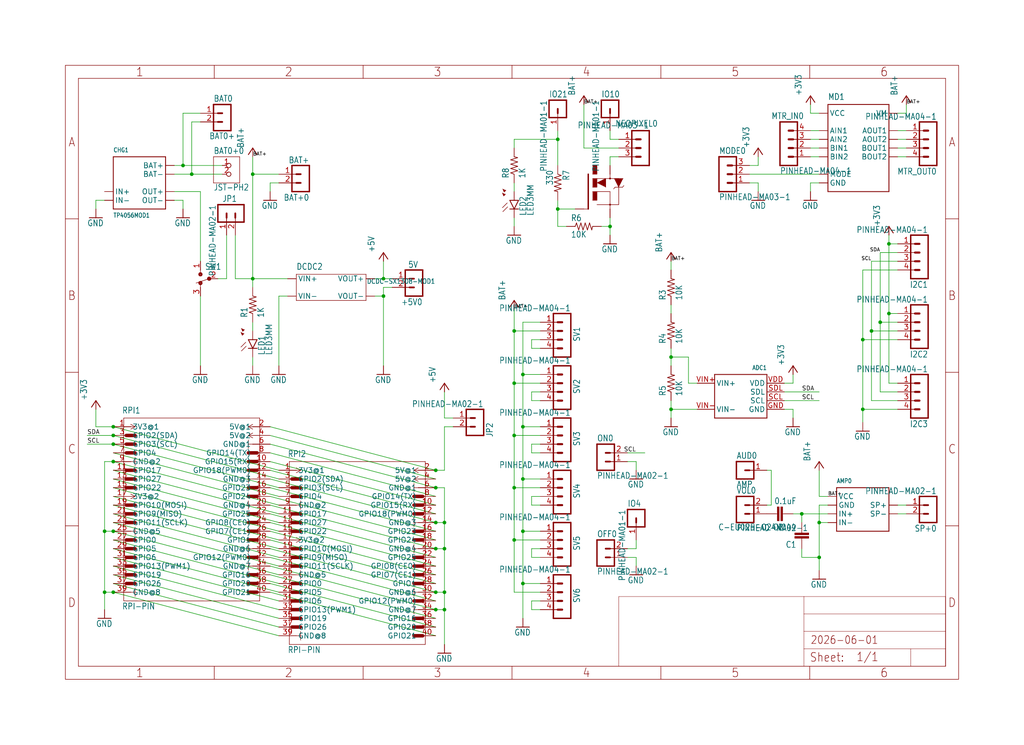
<source format=kicad_sch>
(kicad_sch (version 20250114) (generator "eeschema") (generator_version "9.0")
  (paper "User" 298.45 217.322)
  (lib_symbols
    (symbol "OttoPi10-RPi3A-HAT-eagle-import:+3V3" (power)
      (symbol "+3V3_1_0"
        (pin power_in line (at 0 -2.54 90) (length 2.54) (name "+3V3") (number "1"))
      )
    )
    (symbol "OttoPi10-RPi3A-HAT-eagle-import:+5V" (power)
      (symbol "+5V_1_0"
        (pin power_in line (at 0 -2.54 90) (length 2.54) (name "+5V") (number "1"))
      )
    )
    (symbol "OttoPi10-RPi3A-HAT-eagle-import:A4L-LOC"
      (symbol "A4L-LOC_1_0"
        (text "A" (at 1.905 156.6863 0) (effects (font (size 2.54 2.286))))
        (text "B" (at 1.905 111.9188 0) (effects (font (size 2.54 2.286))))
        (text "C" (at 1.905 67.1513 0) (effects (font (size 2.54 2.286))))
        (text "D" (at 1.905 22.3838 0) (effects (font (size 2.54 2.286))))
        (text "1" (at 21.6958 177.165 0) (effects (font (size 2.54 2.286))))
        (text "1" (at 21.6958 1.905 0) (effects (font (size 2.54 2.286))))
        (text "2" (at 65.0875 177.165 0) (effects (font (size 2.54 2.286))))
        (text "2" (at 65.0875 1.905 0) (effects (font (size 2.54 2.286))))
        (text "3" (at 108.4792 177.165 0) (effects (font (size 2.54 2.286))))
        (text "3" (at 108.4792 1.905 0) (effects (font (size 2.54 2.286))))
        (text "4" (at 151.8708 177.165 0) (effects (font (size 2.54 2.286))))
        (text "4" (at 151.8708 1.905 0) (effects (font (size 2.54 2.286))))
        (text "5" (at 195.2625 177.165 0) (effects (font (size 2.54 2.286))))
        (text "5" (at 195.2625 1.905 0) (effects (font (size 2.54 2.286))))
        (text "Sheet:" (at 216.916 4.953 0) (effects (font (size 2.54 2.159)) (justify left bottom)))
        (text "${PROJECTNAME}" (at 217.17 15.24 0) (effects (font (size 2.54 2.159)) (justify left bottom)))
        (text "${CURRENT_DATE}" (at 217.17 10.16 0) (effects (font (size 2.286 1.9431)) (justify left bottom)))
        (text "${#}/${##}" (at 230.505 5.08 0) (effects (font (size 2.54 2.159)) (justify left bottom)))
        (text "6" (at 238.6542 177.165 0) (effects (font (size 2.54 2.286))))
        (text "6" (at 238.6542 1.905 0) (effects (font (size 2.54 2.286))))
        (text "A" (at 258.445 156.6863 0) (effects (font (size 2.54 2.286))))
        (text "B" (at 258.445 111.9188 0) (effects (font (size 2.54 2.286))))
        (text "C" (at 258.445 67.1513 0) (effects (font (size 2.54 2.286))))
        (text "D" (at 258.445 22.3838 0) (effects (font (size 2.54 2.286))))
      )
    )
    (symbol "OttoPi10-RPi3A-HAT-eagle-import:C-EU025-024X044"
      (property "Reference" "C" (at 1.524 0.381 0))
      (symbol "C-EU025-024X044_1_0"
        (pin passive line (at 0 2.54 270) (length 2.54) (name "1") (number "1"))
        (pin passive line (at 0 -5.08 90) (length 2.54) (name "2") (number "2"))
      )
    )
    (symbol "OttoPi10-RPi3A-HAT-eagle-import:DCDC-SX1308-MOD1"
      (property "Reference" "DCDC" (at -10.16 5.08 0))
      (symbol "DCDC-SX1308-MOD1_1_0"
        (pin power_in line (at -12.7 2.54 0) (length 2.54) (name "VIN+") (number "VIN+"))
        (pin power_in line (at -12.7 -2.54 0) (length 2.54) (name "VIN-") (number "VIN-"))
        (pin power_in line (at 12.7 2.54 180) (length 2.54) (name "VOUT+") (number "VOUT+"))
        (pin power_in line (at 12.7 -2.54 180) (length 2.54) (name "VOUT-") (number "VOUT-"))
      )
    )
    (symbol "OttoPi10-RPi3A-HAT-eagle-import:DRV8835MOD"
      (property "Reference" "MD" (at -7.62 11.43 0))
      (symbol "DRV8835MOD_1_0"
        (pin input line (at -10.16 7.62 0) (length 2.54) (name "VCC") (number "VCC"))
        (pin input line (at -10.16 2.54 0) (length 2.54) (name "AIN1") (number "AIN1"))
        (pin input line (at -10.16 0 0) (length 2.54) (name "AIN2") (number "AIN2"))
        (pin input line (at -10.16 -2.54 0) (length 2.54) (name "BIN1") (number "BIN1"))
        (pin input line (at -10.16 -5.08 0) (length 2.54) (name "BIN2") (number "BIN2"))
        (pin input line (at -10.16 -10.16 0) (length 2.54) (name "MODE") (number "MODE"))
        (pin power_in line (at -10.16 -12.7 0) (length 2.54) (name "GND") (number "GND"))
        (pin input line (at 12.7 7.62 180) (length 2.54) (name "VM") (number "VM"))
        (pin output line (at 12.7 2.54 180) (length 2.54) (name "AOUT1") (number "AOUT1"))
        (pin output line (at 12.7 0 180) (length 2.54) (name "AOUT2") (number "AOUT2"))
        (pin output line (at 12.7 -2.54 180) (length 2.54) (name "BOUT1") (number "BOUT1"))
        (pin output line (at 12.7 -5.08 180) (length 2.54) (name "BOUT2") (number "BOUT2"))
      )
    )
    (symbol "OttoPi10-RPi3A-HAT-eagle-import:GND" (power)
      (symbol "GND_1_0"
        (pin power_in line (at 0 2.54 270) (length 2.54) (name "GND") (number "1"))
      )
    )
    (symbol "OttoPi10-RPi3A-HAT-eagle-import:JST-PH2"
      (property "Reference" "P" (at -5.08 3.302 0))
      (symbol "JST-PH2_1_0"
        (pin passive inverted (at -2.54 0 0) (length 2.54) (name "1") (number "1"))
        (pin passive inverted (at -2.54 -2.54 0) (length 2.54) (name "2") (number "2"))
      )
    )
    (symbol "OttoPi10-RPi3A-HAT-eagle-import:LED3MM"
      (property "Reference" "LED" (at 3.556 -4.572 90))
      (symbol "LED3MM_1_0"
        (pin passive line (at 0 2.54 270) (length 2.54) (name "A") (number "A"))
        (pin passive line (at 0 -5.08 90) (length 2.54) (name "C") (number "K"))
      )
    )
    (symbol "OttoPi10-RPi3A-HAT-eagle-import:MCP3425MOD"
      (property "Reference" "ADC" (at -5.08 6.35 0))
      (symbol "MCP3425MOD_1_0"
        (pin bidirectional line (at -10.16 2.54 0) (length 5.08) (name "VDD") (number "VDD"))
        (pin bidirectional line (at -10.16 0 0) (length 5.08) (name "SDL") (number "SDL"))
        (pin bidirectional line (at -10.16 -2.54 0) (length 5.08) (name "SCL") (number "SCL"))
        (pin bidirectional line (at -10.16 -5.08 0) (length 5.08) (name "GND") (number "GND"))
        (pin bidirectional line (at 15.24 2.54 180) (length 5.08) (name "VIN+") (number "VIN+"))
        (pin bidirectional line (at 15.24 -5.08 180) (length 5.08) (name "VIN-") (number "VIN-"))
      )
    )
    (symbol "OttoPi10-RPi3A-HAT-eagle-import:MOSFET-2SK4017"
      (symbol "MOSFET-2SK4017_1_0"
        (pin bidirectional line (at -10.16 -6.35 0) (length 2.54) (name "G") (number "G"))
        (pin bidirectional line (at 0 6.35 270) (length 2.54) (name "D") (number "D"))
        (pin bidirectional line (at 0 -8.89 90) (length 2.54) (name "S") (number "S"))
      )
    )
    (symbol "OttoPi10-RPi3A-HAT-eagle-import:PAM8012MOD"
      (property "Reference" "AMP" (at -7.62 8.89 0))
      (symbol "PAM8012MOD_1_0"
        (pin passive line (at -10.16 5.08 0) (length 2.54) (name "VCC") (number "V+"))
        (pin passive line (at -10.16 2.54 0) (length 2.54) (name "GND") (number "GND"))
        (pin input line (at -10.16 0 0) (length 2.54) (name "IN+") (number "IN+"))
        (pin input line (at -10.16 -2.54 0) (length 2.54) (name "IN-") (number "IN-"))
        (pin output line (at 10.16 2.54 180) (length 2.54) (name "SP+") (number "SP+@1"))
        (pin output line (at 10.16 0 180) (length 2.54) (name "SP-") (number "SP-@1"))
      )
    )
    (symbol "OttoPi10-RPi3A-HAT-eagle-import:PINHEAD-MA01-1"
      (symbol "PINHEAD-MA01-1_1_0"
        (pin passive line (at 7.62 0 180) (length 5.08) (name "1") (number "1"))
      )
    )
    (symbol "OttoPi10-RPi3A-HAT-eagle-import:PINHEAD-MA02-1"
      (property "Reference" "SV" (at -1.27 5.842 0))
      (symbol "PINHEAD-MA02-1_1_0"
        (pin passive line (at 7.62 2.54 180) (length 5.08) (name "2") (number "2"))
        (pin passive line (at 7.62 0 180) (length 5.08) (name "1") (number "1"))
      )
    )
    (symbol "OttoPi10-RPi3A-HAT-eagle-import:PINHEAD-MA03-1"
      (property "Reference" "SV" (at -1.27 8.382 0))
      (symbol "PINHEAD-MA03-1_1_0"
        (pin passive line (at 7.62 5.08 180) (length 5.08) (name "3") (number "3"))
        (pin passive line (at 7.62 2.54 180) (length 5.08) (name "2") (number "2"))
        (pin passive line (at 7.62 0 180) (length 5.08) (name "1") (number "1"))
      )
    )
    (symbol "OttoPi10-RPi3A-HAT-eagle-import:PINHEAD-MA04-1"
      (property "Reference" "SV" (at -1.27 10.922 0))
      (symbol "PINHEAD-MA04-1_1_0"
        (pin passive line (at 7.62 7.62 180) (length 5.08) (name "4") (number "4"))
        (pin passive line (at 7.62 5.08 180) (length 5.08) (name "3") (number "3"))
        (pin passive line (at 7.62 2.54 180) (length 5.08) (name "2") (number "2"))
        (pin passive line (at 7.62 0 180) (length 5.08) (name "1") (number "1"))
      )
    )
    (symbol "OttoPi10-RPi3A-HAT-eagle-import:R-US_0204/7"
      (property "Reference" "R" (at -3.81 1.4986 0))
      (symbol "R-US_0204/7_1_0"
        (pin passive line (at -5.08 0 0) (length 2.54) (name "1") (number "1"))
        (pin passive line (at 5.08 0 180) (length 2.54) (name "2") (number "2"))
      )
    )
    (symbol "OttoPi10-RPi3A-HAT-eagle-import:RPI-PIN"
      (property "Reference" "RPI" (at -20.32 21.59 0))
      (symbol "RPI-PIN_1_0"
        (pin passive line (at -22.86 17.78 0) (length 5.08) (name "3V3@1") (number "1"))
        (pin passive line (at -22.86 15.24 0) (length 5.08) (name "GPIO2(SDA)") (number "3"))
        (pin passive line (at -22.86 12.7 0) (length 5.08) (name "GPIO3(SCL)") (number "5"))
        (pin passive line (at -22.86 10.16 0) (length 5.08) (name "GPIO4") (number "7"))
        (pin passive line (at -22.86 7.62 0) (length 5.08) (name "GND@2") (number "9"))
        (pin passive line (at -22.86 5.08 0) (length 5.08) (name "GPIO17") (number "11"))
        (pin passive line (at -22.86 2.54 0) (length 5.08) (name "GPIO27") (number "13"))
        (pin passive line (at -22.86 0 0) (length 5.08) (name "GPIO22") (number "15"))
        (pin passive line (at -22.86 -2.54 0) (length 5.08) (name "3V3@2") (number "17"))
        (pin passive line (at -22.86 -5.08 0) (length 5.08) (name "GPIO10(MOSI)") (number "19"))
        (pin passive line (at -22.86 -7.62 0) (length 5.08) (name "GPIO9(MISO)") (number "21"))
        (pin passive line (at -22.86 -10.16 0) (length 5.08) (name "GPIO11(SCLK)") (number "23"))
        (pin passive line (at -22.86 -12.7 0) (length 5.08) (name "GND@5") (number "25"))
        (pin passive line (at -22.86 -15.24 0) (length 5.08) (name "GPIO0") (number "27"))
        (pin passive line (at -22.86 -17.78 0) (length 5.08) (name "GPIO5") (number "29"))
        (pin passive line (at -22.86 -20.32 0) (length 5.08) (name "GPIO6") (number "31"))
        (pin passive line (at -22.86 -22.86 0) (length 5.08) (name "GPIO13(PWM1)") (number "33"))
        (pin passive line (at -22.86 -25.4 0) (length 5.08) (name "GPIO19") (number "35"))
        (pin passive line (at -22.86 -27.94 0) (length 5.08) (name "GPIO26") (number "37"))
        (pin passive line (at -22.86 -30.48 0) (length 5.08) (name "GND@8") (number "39"))
        (pin passive line (at 22.86 17.78 180) (length 5.08) (name "5V@1") (number "2"))
        (pin passive line (at 22.86 15.24 180) (length 5.08) (name "5V@2") (number "4"))
        (pin passive line (at 22.86 12.7 180) (length 5.08) (name "GND@1") (number "6"))
        (pin passive line (at 22.86 10.16 180) (length 5.08) (name "GPIO14(TX)") (number "8"))
        (pin passive line (at 22.86 7.62 180) (length 5.08) (name "GPIO15(RX)") (number "10"))
        (pin passive line (at 22.86 5.08 180) (length 5.08) (name "GPIO18(PWM0)") (number "12"))
        (pin passive line (at 22.86 2.54 180) (length 5.08) (name "GND@3") (number "14"))
        (pin passive line (at 22.86 0 180) (length 5.08) (name "GPIO23") (number "16"))
        (pin passive line (at 22.86 -2.54 180) (length 5.08) (name "GPIO24") (number "18"))
        (pin passive line (at 22.86 -5.08 180) (length 5.08) (name "GND@4") (number "20"))
        (pin passive line (at 22.86 -7.62 180) (length 5.08) (name "GPIO25") (number "22"))
        (pin passive line (at 22.86 -10.16 180) (length 5.08) (name "GPIO8(CE0)") (number "24"))
        (pin passive line (at 22.86 -12.7 180) (length 5.08) (name "GPIO7(CE1)") (number "26"))
        (pin passive line (at 22.86 -15.24 180) (length 5.08) (name "GPIO1") (number "28"))
        (pin passive line (at 22.86 -17.78 180) (length 5.08) (name "GND@6") (number "30"))
        (pin passive line (at 22.86 -20.32 180) (length 5.08) (name "GPIO12(PWM0)") (number "32"))
        (pin passive line (at 22.86 -22.86 180) (length 5.08) (name "GND@7") (number "34"))
        (pin passive line (at 22.86 -25.4 180) (length 5.08) (name "GPIO16") (number "36"))
        (pin passive line (at 22.86 -27.94 180) (length 5.08) (name "GPIO20") (number "38"))
        (pin passive line (at 22.86 -30.48 180) (length 5.08) (name "GPIO21") (number "40"))
      )
    )
    (symbol "OttoPi10-RPi3A-HAT-eagle-import:SW3-1"
      (property "Reference" "SW" (at 1.27 2.54 0))
      (symbol "SW3-1_1_0"
        (pin passive line (at 0 5.08 270) (length 2.54) (name "1") (number "1"))
        (pin passive line (at 0 -5.08 90) (length 2.54) (name "3") (number "3"))
        (pin passive line (at 5.08 0 180) (length 2.54) (name "2") (number "2"))
      )
    )
    (symbol "OttoPi10-RPi3A-HAT-eagle-import:TP4056MOD1"
      (property "Reference" "CHG" (at -7.62 8.89 0))
      (symbol "TP4056MOD1_1_0"
        (pin passive line (at -10.16 -2.54 0) (length 2.54) (name "IN+") (number "IN+"))
        (pin passive line (at -10.16 -5.08 0) (length 2.54) (name "IN-") (number "IN-"))
        (pin passive line (at 10.16 5.08 180) (length 2.54) (name "BAT+") (number "BAT+"))
        (pin passive line (at 10.16 2.54 180) (length 2.54) (name "BAT-") (number "BAT-"))
        (pin passive line (at 10.16 -2.54 180) (length 2.54) (name "OUT+") (number "OUT+"))
        (pin passive line (at 10.16 -5.08 180) (length 2.54) (name "OUT-") (number "OUT-"))
      )
    )
    (symbol "OttoPi10-RPi3A-HAT-eagle-import:VCC" (power)
      (symbol "VCC_1_0"
        (pin power_in line (at 0 -2.54 90) (length 2.54) (name "VCC") (number "1"))
      )
    )
    (symbol "OttoPi10-RPi3A-HAT-eagle-import:ytani1_30941153_PINHEAD-MA03-1"
      (property "Reference" "SV" (at -1.27 8.382 0))
      (symbol "ytani1_30941153_PINHEAD-MA03-1_1_0"
        (pin passive line (at 7.62 5.08 180) (length 5.08) (name "3") (number "3"))
        (pin passive line (at 7.62 2.54 180) (length 5.08) (name "2") (number "2"))
        (pin passive line (at 7.62 0 180) (length 5.08) (name "1") (number "1"))
      )
    )
  )
  (junction (at 127 177.8))
  (junction (at 152.4 170.18))
  (junction (at 152.4 109.22))
  (junction (at 259.08 91.44))
  (junction (at 152.4 154.94))
  (junction (at 127 160.02))
  (junction (at 33.02 127))
  (junction (at 195.58 104.14))
  (junction (at 73.66 81.28))
  (junction (at 129.54 177.8))
  (junction (at 127 137.16))
  (junction (at 55.88 50.8))
  (junction (at 162.56 40.64))
  (junction (at 111.76 81.28))
  (junction (at 73.66 50.8))
  (junction (at 251.46 99.06))
  (junction (at 251.46 119.38))
  (junction (at 256.54 93.98))
  (junction (at 33.02 124.46))
  (junction (at 152.4 124.46))
  (junction (at 238.76 162.56))
  (junction (at 149.86 142.24))
  (junction (at 33.02 134.62))
  (junction (at 30.48 154.94))
  (junction (at 129.54 152.4))
  (junction (at 259.08 71.12))
  (junction (at 127 152.4))
  (junction (at 127 172.72))
  (junction (at 127 142.24))
  (junction (at 149.86 96.52))
  (junction (at 111.76 86.36))
  (junction (at 149.86 157.48))
  (junction (at 33.02 154.94))
  (junction (at 195.58 119.38))
  (junction (at 149.86 127))
  (junction (at 162.56 60.96))
  (junction (at 238.76 152.4))
  (junction (at 149.86 111.76))
  (junction (at 129.54 172.72))
  (junction (at 129.54 160.02))
  (junction (at 177.8 66.04))
  (junction (at 254 96.52))
  (junction (at 30.48 172.72))
  (junction (at 233.68 149.86))
  (junction (at 152.4 139.7))
  (junction (at 53.34 48.26))
  (junction (at 33.02 172.72))
  (junction (at 33.02 129.54))
  (wire (pts (xy 195.58 104.14) (xy 195.58 106.68)) (stroke (width 0.1524)))
  (wire (pts (xy 33.02 134.62) (xy 30.48 134.62)) (stroke (width 0.1524)))
  (wire (pts (xy 30.48 134.62) (xy 30.48 154.94)) (stroke (width 0.1524)))
  (wire (pts (xy 127 160.02) (xy 78.74 147.32)) (stroke (width 0.1524)))
  (wire (pts (xy 129.54 124.46) (xy 129.54 137.16)) (stroke (width 0.1524)))
  (wire (pts (xy 261.62 38.1) (xy 264.16 38.1)) (stroke (width 0.1524)))
  (wire (pts (xy 152.4 154.94) (xy 152.4 170.18)) (stroke (width 0.1524)))
  (wire (pts (xy 149.86 53.34) (xy 149.86 55.88)) (stroke (width 0.1524)))
  (wire (pts (xy 149.86 172.72) (xy 157.48 172.72)) (stroke (width 0.1524)))
  (wire (pts (xy 157.48 154.94) (xy 152.4 154.94)) (stroke (width 0.1524)))
  (wire (pts (xy 195.58 76.2) (xy 195.58 78.74)) (stroke (width 0.1524)))
  (wire (pts (xy 261.62 43.18) (xy 264.16 43.18)) (stroke (width 0.1524)))
  (wire (pts (xy 129.54 114.3) (xy 129.54 121.92)) (stroke (width 0.1524)))
  (wire (pts (xy 129.54 152.4) (xy 129.54 160.02)) (stroke (width 0.1524)))
  (wire (pts (xy 73.66 50.8) (xy 73.66 81.28)) (stroke (width 0.1524)))
  (wire (pts (xy 111.76 81.28) (xy 114.3 81.28)) (stroke (width 0.1524)))
  (wire (pts (xy 259.08 91.44) (xy 259.08 71.12)) (stroke (width 0.1524)))
  (wire (pts (xy 127 177.8) (xy 129.54 177.8)) (stroke (width 0.1524)))
  (wire (pts (xy 261.62 99.06) (xy 251.46 99.06)) (stroke (width 0.1524)))
  (wire (pts (xy 81.28 165.1) (xy 33.02 152.4)) (stroke (width 0.1524)))
  (wire (pts (xy 264.16 30.48) (xy 264.16 33.02)) (stroke (width 0.1524)))
  (wire (pts (xy 224.79 147.32) (xy 223.52 147.32)) (stroke (width 0.1524)))
  (wire (pts (xy 157.48 93.98) (xy 152.4 93.98)) (stroke (width 0.1524)))
  (wire (pts (xy 251.46 99.06) (xy 251.46 78.74)) (stroke (width 0.1524)))
  (wire (pts (xy 127 144.78) (xy 78.74 132.08)) (stroke (width 0.1524)))
  (wire (pts (xy 162.56 38.1) (xy 162.56 40.64)) (stroke (width 0.1524)))
  (wire (pts (xy 127 154.94) (xy 78.74 142.24)) (stroke (width 0.1524)))
  (wire (pts (xy 66.04 81.28) (xy 66.04 68.58)) (stroke (width 0.1524)))
  (wire (pts (xy 154.94 114.3) (xy 154.94 116.84)) (stroke (width 0.1524)))
  (wire (pts (xy 170.18 43.18) (xy 180.34 43.18)) (stroke (width 0.1524)))
  (wire (pts (xy 157.48 160.02) (xy 154.94 160.02)) (stroke (width 0.1524)))
  (wire (pts (xy 261.62 147.32) (xy 264.16 147.32)) (stroke (width 0.1524)))
  (wire (pts (xy 238.76 152.4) (xy 238.76 147.32)) (stroke (width 0.1524)))
  (wire (pts (xy 241.3 147.32) (xy 238.76 147.32)) (stroke (width 0.1524)))
  (wire (pts (xy 68.58 68.58) (xy 68.58 81.28)) (stroke (width 0.1524)))
  (wire (pts (xy 27.94 124.46) (xy 27.94 119.38)) (stroke (width 0.1524)))
  (wire (pts (xy 81.28 162.56) (xy 33.02 149.86)) (stroke (width 0.1524)))
  (wire (pts (xy 157.48 139.7) (xy 152.4 139.7)) (stroke (width 0.1524)))
  (wire (pts (xy 185.42 160.02) (xy 185.42 157.48)) (stroke (width 0.1524)))
  (wire (pts (xy 218.44 48.26) (xy 220.98 48.26)) (stroke (width 0.1524)))
  (wire (pts (xy 127 177.8) (xy 78.74 165.1)) (stroke (width 0.1524)))
  (wire (pts (xy 157.48 114.3) (xy 154.94 114.3)) (stroke (width 0.1524)))
  (wire (pts (xy 220.98 53.34) (xy 220.98 55.88)) (stroke (width 0.1524)))
  (wire (pts (xy 170.18 30.48) (xy 170.18 43.18)) (stroke (width 0.1524)))
  (wire (pts (xy 55.88 50.8) (xy 64.77 50.8)) (stroke (width 0.1524)))
  (wire (pts (xy 236.22 53.34) (xy 238.76 53.34)) (stroke (width 0.1524)))
  (wire (pts (xy 81.28 50.8) (xy 73.66 50.8)) (stroke (width 0.1524)))
  (wire (pts (xy 81.28 152.4) (xy 33.02 139.7)) (stroke (width 0.1524)))
  (wire (pts (xy 177.8 40.64) (xy 177.8 38.1)) (stroke (width 0.1524)))
  (wire (pts (xy 157.48 109.22) (xy 152.4 109.22)) (stroke (width 0.1524)))
  (wire (pts (xy 236.22 33.02) (xy 238.76 33.02)) (stroke (width 0.1524)))
  (wire (pts (xy 261.62 116.84) (xy 254 116.84)) (stroke (width 0.1524)))
  (wire (pts (xy 127 175.26) (xy 78.74 162.56)) (stroke (width 0.1524)))
  (wire (pts (xy 152.4 124.46) (xy 152.4 139.7)) (stroke (width 0.1524)))
  (wire (pts (xy 33.02 154.94) (xy 30.48 154.94)) (stroke (width 0.1524)))
  (wire (pts (xy 127 172.72) (xy 78.74 160.02)) (stroke (width 0.1524)))
  (wire (pts (xy 50.8 58.42) (xy 53.34 58.42)) (stroke (width 0.1524)))
  (wire (pts (xy 81.28 185.42) (xy 33.02 172.72)) (stroke (width 0.1524)))
  (wire (pts (xy 157.48 175.26) (xy 154.94 175.26)) (stroke (width 0.1524)))
  (wire (pts (xy 33.02 124.46) (xy 27.94 124.46)) (stroke (width 0.1524)))
  (wire (pts (xy 203.2 119.38) (xy 195.58 119.38)) (stroke (width 0.1524)))
  (wire (pts (xy 254 116.84) (xy 254 96.52)) (stroke (width 0.1524)))
  (wire (pts (xy 261.62 114.3) (xy 256.54 114.3)) (stroke (width 0.1524)))
  (wire (pts (xy 162.56 40.64) (xy 162.56 48.26)) (stroke (width 0.1524)))
  (wire (pts (xy 27.94 58.42) (xy 27.94 60.96)) (stroke (width 0.1524)))
  (wire (pts (xy 33.02 127) (xy 25.4 127)) (stroke (width 0.1524)))
  (wire (pts (xy 152.4 93.98) (xy 152.4 109.22)) (stroke (width 0.1524)))
  (wire (pts (xy 233.68 152.4) (xy 233.68 149.86)) (stroke (width 0.1524)))
  (wire (pts (xy 81.28 182.88) (xy 33.02 170.18)) (stroke (width 0.1524)))
  (wire (pts (xy 238.76 162.56) (xy 238.76 152.4)) (stroke (width 0.1524)))
  (wire (pts (xy 251.46 119.38) (xy 251.46 123.19)) (stroke (width 0.1524)))
  (wire (pts (xy 127 162.56) (xy 78.74 149.86)) (stroke (width 0.1524)))
  (wire (pts (xy 81.28 177.8) (xy 33.02 165.1)) (stroke (width 0.1524)))
  (wire (pts (xy 233.68 162.56) (xy 238.76 162.56)) (stroke (width 0.1524)))
  (wire (pts (xy 162.56 58.42) (xy 162.56 60.96)) (stroke (width 0.1524)))
  (wire (pts (xy 154.94 99.06) (xy 154.94 101.6)) (stroke (width 0.1524)))
  (wire (pts (xy 231.14 119.38) (xy 231.14 121.92)) (stroke (width 0.1524)))
  (wire (pts (xy 58.42 35.56) (xy 55.88 35.56)) (stroke (width 0.1524)))
  (wire (pts (xy 264.16 33.02) (xy 261.62 33.02)) (stroke (width 0.1524)))
  (wire (pts (xy 83.82 81.28) (xy 73.66 81.28)) (stroke (width 0.1524)))
  (wire (pts (xy 233.68 160.02) (xy 233.68 162.56)) (stroke (width 0.1524)))
  (wire (pts (xy 127 185.42) (xy 78.74 172.72)) (stroke (width 0.1524)))
  (wire (pts (xy 185.42 162.56) (xy 185.42 165.1)) (stroke (width 0.1524)))
  (wire (pts (xy 129.54 142.24) (xy 129.54 152.4)) (stroke (width 0.1524)))
  (wire (pts (xy 182.88 162.56) (xy 185.42 162.56)) (stroke (width 0.1524)))
  (wire (pts (xy 127 157.48) (xy 78.74 144.78)) (stroke (width 0.1524)))
  (wire (pts (xy 236.22 38.1) (xy 238.76 38.1)) (stroke (width 0.1524)))
  (wire (pts (xy 149.86 127) (xy 149.86 142.24)) (stroke (width 0.1524)))
  (wire (pts (xy 195.58 116.84) (xy 195.58 119.38)) (stroke (width 0.1524)))
  (wire (pts (xy 180.34 40.64) (xy 177.8 40.64)) (stroke (width 0.1524)))
  (wire (pts (xy 127 137.16) (xy 129.54 137.16)) (stroke (width 0.1524)))
  (wire (pts (xy 259.08 71.12) (xy 261.62 71.12)) (stroke (width 0.1524)))
  (wire (pts (xy 236.22 30.48) (xy 236.22 33.02)) (stroke (width 0.1524)))
  (wire (pts (xy 149.86 157.48) (xy 157.48 157.48)) (stroke (width 0.1524)))
  (wire (pts (xy 58.42 86.36) (xy 58.42 106.68)) (stroke (width 0.1524)))
  (wire (pts (xy 162.56 66.04) (xy 162.56 60.96)) (stroke (width 0.1524)))
  (wire (pts (xy 177.8 63.5) (xy 177.8 66.04)) (stroke (width 0.1524)))
  (wire (pts (xy 81.28 175.26) (xy 33.02 162.56)) (stroke (width 0.1524)))
  (wire (pts (xy 220.98 48.26) (xy 220.98 45.72)) (stroke (width 0.1524)))
  (wire (pts (xy 81.28 154.94) (xy 33.02 142.24)) (stroke (width 0.1524)))
  (wire (pts (xy 195.58 119.38) (xy 195.58 121.92)) (stroke (width 0.1524)))
  (wire (pts (xy 109.22 86.36) (xy 111.76 86.36)) (stroke (width 0.1524)))
  (wire (pts (xy 157.48 170.18) (xy 152.4 170.18)) (stroke (width 0.1524)))
  (wire (pts (xy 154.94 160.02) (xy 154.94 162.56)) (stroke (width 0.1524)))
  (wire (pts (xy 157.48 111.76) (xy 149.86 111.76)) (stroke (width 0.1524)))
  (wire (pts (xy 149.86 40.64) (xy 162.56 40.64)) (stroke (width 0.1524)))
  (wire (pts (xy 152.4 139.7) (xy 152.4 154.94)) (stroke (width 0.1524)))
  (wire (pts (xy 127 142.24) (xy 129.54 142.24)) (stroke (width 0.1524)))
  (wire (pts (xy 154.94 177.8) (xy 157.48 177.8)) (stroke (width 0.1524)))
  (wire (pts (xy 256.54 93.98) (xy 256.54 73.66)) (stroke (width 0.1524)))
  (wire (pts (xy 81.28 137.16) (xy 33.02 124.46)) (stroke (width 0.1524)))
  (wire (pts (xy 154.94 132.08) (xy 157.48 132.08)) (stroke (width 0.1524)))
  (wire (pts (xy 157.48 99.06) (xy 154.94 99.06)) (stroke (width 0.1524)))
  (wire (pts (xy 81.28 170.18) (xy 33.02 157.48)) (stroke (width 0.1524)))
  (wire (pts (xy 127 165.1) (xy 78.74 152.4)) (stroke (width 0.1524)))
  (wire (pts (xy 81.28 167.64) (xy 33.02 154.94)) (stroke (width 0.1524)))
  (wire (pts (xy 81.28 139.7) (xy 33.02 127)) (stroke (width 0.1524)))
  (wire (pts (xy 175.26 66.04) (xy 177.8 66.04)) (stroke (width 0.1524)))
  (wire (pts (xy 185.42 134.62) (xy 185.42 137.16)) (stroke (width 0.1524)))
  (wire (pts (xy 73.66 45.72) (xy 73.66 50.8)) (stroke (width 0.1524)))
  (wire (pts (xy 81.28 147.32) (xy 33.02 134.62)) (stroke (width 0.1524)))
  (wire (pts (xy 127 137.16) (xy 78.74 124.46)) (stroke (width 0.1524)))
  (wire (pts (xy 127 149.86) (xy 78.74 137.16)) (stroke (width 0.1524)))
  (wire (pts (xy 149.86 90.17) (xy 149.86 96.52)) (stroke (width 0.1524)))
  (wire (pts (xy 195.58 104.14) (xy 200.66 104.14)) (stroke (width 0.1524)))
  (wire (pts (xy 177.8 45.72) (xy 180.34 45.72)) (stroke (width 0.1524)))
  (wire (pts (xy 177.8 48.26) (xy 177.8 45.72)) (stroke (width 0.1524)))
  (wire (pts (xy 259.08 68.58) (xy 259.08 71.12)) (stroke (width 0.1524)))
  (wire (pts (xy 157.48 144.78) (xy 154.94 144.78)) (stroke (width 0.1524)))
  (wire (pts (xy 132.08 124.46) (xy 129.54 124.46)) (stroke (width 0.1524)))
  (wire (pts (xy 200.66 104.14) (xy 200.66 111.76)) (stroke (width 0.1524)))
  (wire (pts (xy 231.14 111.76) (xy 231.14 109.22)) (stroke (width 0.1524)))
  (wire (pts (xy 109.22 81.28) (xy 111.76 81.28)) (stroke (width 0.1524)))
  (wire (pts (xy 53.34 48.26) (xy 64.77 48.26)) (stroke (width 0.1524)))
  (wire (pts (xy 231.14 149.86) (xy 233.68 149.86)) (stroke (width 0.1524)))
  (wire (pts (xy 195.58 101.6) (xy 195.58 104.14)) (stroke (width 0.1524)))
  (wire (pts (xy 154.94 147.32) (xy 157.48 147.32)) (stroke (width 0.1524)))
  (wire (pts (xy 129.54 121.92) (xy 132.08 121.92)) (stroke (width 0.1524)))
  (wire (pts (xy 78.74 53.34) (xy 78.74 55.88)) (stroke (width 0.1524)))
  (wire (pts (xy 200.66 111.76) (xy 203.2 111.76)) (stroke (width 0.1524)))
  (wire (pts (xy 261.62 45.72) (xy 264.16 45.72)) (stroke (width 0.1524)))
  (wire (pts (xy 228.6 114.3) (xy 238.76 114.3)) (stroke (width 0.1524)))
  (wire (pts (xy 154.94 129.54) (xy 154.94 132.08)) (stroke (width 0.1524)))
  (wire (pts (xy 261.62 149.86) (xy 264.16 149.86)) (stroke (width 0.1524)))
  (wire (pts (xy 182.88 134.62) (xy 185.42 134.62)) (stroke (width 0.1524)))
  (wire (pts (xy 154.94 144.78) (xy 154.94 147.32)) (stroke (width 0.1524)))
  (wire (pts (xy 127 182.88) (xy 78.74 170.18)) (stroke (width 0.1524)))
  (wire (pts (xy 73.66 83.82) (xy 73.66 81.28)) (stroke (width 0.1524)))
  (wire (pts (xy 236.22 43.18) (xy 238.76 43.18)) (stroke (width 0.1524)))
  (wire (pts (xy 157.48 127) (xy 149.86 127)) (stroke (width 0.1524)))
  (wire (pts (xy 50.8 50.8) (xy 55.88 50.8)) (stroke (width 0.1524)))
  (wire (pts (xy 83.82 86.36) (xy 81.28 86.36)) (stroke (width 0.1524)))
  (wire (pts (xy 111.76 76.2) (xy 111.76 81.28)) (stroke (width 0.1524)))
  (wire (pts (xy 154.94 162.56) (xy 157.48 162.56)) (stroke (width 0.1524)))
  (wire (pts (xy 127 170.18) (xy 78.74 157.48)) (stroke (width 0.1524)))
  (wire (pts (xy 73.66 93.98) (xy 73.66 96.52)) (stroke (width 0.1524)))
  (wire (pts (xy 261.62 119.38) (xy 251.46 119.38)) (stroke (width 0.1524)))
  (wire (pts (xy 236.22 45.72) (xy 238.76 45.72)) (stroke (width 0.1524)))
  (wire (pts (xy 127 172.72) (xy 129.54 172.72)) (stroke (width 0.1524)))
  (wire (pts (xy 111.76 106.68) (xy 111.76 86.36)) (stroke (width 0.1524)))
  (wire (pts (xy 256.54 73.66) (xy 261.62 73.66)) (stroke (width 0.1524)))
  (wire (pts (xy 224.79 137.16) (xy 224.79 147.32)) (stroke (width 0.1524)))
  (wire (pts (xy 157.48 129.54) (xy 154.94 129.54)) (stroke (width 0.1524)))
  (wire (pts (xy 241.3 144.78) (xy 238.76 144.78)) (stroke (width 0.1524)))
  (wire (pts (xy 127 152.4) (xy 78.74 139.7)) (stroke (width 0.1524)))
  (wire (pts (xy 157.48 96.52) (xy 149.86 96.52)) (stroke (width 0.1524)))
  (wire (pts (xy 254 76.2) (xy 261.62 76.2)) (stroke (width 0.1524)))
  (wire (pts (xy 165.1 66.04) (xy 162.56 66.04)) (stroke (width 0.1524)))
  (wire (pts (xy 236.22 55.88) (xy 236.22 53.34)) (stroke (width 0.1524)))
  (wire (pts (xy 30.48 58.42) (xy 27.94 58.42)) (stroke (width 0.1524)))
  (wire (pts (xy 33.02 129.54) (xy 25.4 129.54)) (stroke (width 0.1524)))
  (wire (pts (xy 154.94 175.26) (xy 154.94 177.8)) (stroke (width 0.1524)))
  (wire (pts (xy 261.62 93.98) (xy 256.54 93.98)) (stroke (width 0.1524)))
  (wire (pts (xy 127 142.24) (xy 78.74 129.54)) (stroke (width 0.1524)))
  (wire (pts (xy 81.28 53.34) (xy 78.74 53.34)) (stroke (width 0.1524)))
  (wire (pts (xy 127 152.4) (xy 129.54 152.4)) (stroke (width 0.1524)))
  (wire (pts (xy 53.34 58.42) (xy 53.34 60.96)) (stroke (width 0.1524)))
  (wire (pts (xy 152.4 109.22) (xy 152.4 124.46)) (stroke (width 0.1524)))
  (wire (pts (xy 129.54 172.72) (xy 129.54 177.8)) (stroke (width 0.1524)))
  (wire (pts (xy 182.88 160.02) (xy 185.42 160.02)) (stroke (width 0.1524)))
  (wire (pts (xy 114.3 83.82) (xy 111.76 83.82)) (stroke (width 0.1524)))
  (wire (pts (xy 157.48 124.46) (xy 152.4 124.46)) (stroke (width 0.1524)))
  (wire (pts (xy 254 96.52) (xy 254 76.2)) (stroke (width 0.1524)))
  (wire (pts (xy 50.8 55.88) (xy 58.42 55.88)) (stroke (width 0.1524)))
  (wire (pts (xy 81.28 144.78) (xy 33.02 132.08)) (stroke (width 0.1524)))
  (wire (pts (xy 149.86 66.04) (xy 149.86 63.5)) (stroke (width 0.1524)))
  (wire (pts (xy 149.86 43.18) (xy 149.86 40.64)) (stroke (width 0.1524)))
  (wire (pts (xy 73.66 104.14) (xy 73.66 106.68)) (stroke (width 0.1524)))
  (wire (pts (xy 55.88 35.56) (xy 55.88 50.8)) (stroke (width 0.1524)))
  (wire (pts (xy 256.54 114.3) (xy 256.54 93.98)) (stroke (width 0.1524)))
  (wire (pts (xy 261.62 96.52) (xy 254 96.52)) (stroke (width 0.1524)))
  (wire (pts (xy 58.42 55.88) (xy 58.42 76.2)) (stroke (width 0.1524)))
  (wire (pts (xy 50.8 48.26) (xy 53.34 48.26)) (stroke (width 0.1524)))
  (wire (pts (xy 152.4 170.18) (xy 152.4 180.34)) (stroke (width 0.1524)))
  (wire (pts (xy 228.6 116.84) (xy 238.76 116.84)) (stroke (width 0.1524)))
  (wire (pts (xy 238.76 50.8) (xy 218.44 50.8)) (stroke (width 0.1524)))
  (wire (pts (xy 228.6 119.38) (xy 231.14 119.38)) (stroke (width 0.1524)))
  (wire (pts (xy 58.42 33.02) (xy 53.34 33.02)) (stroke (width 0.1524)))
  (wire (pts (xy 30.48 172.72) (xy 33.02 172.72)) (stroke (width 0.1524)))
  (wire (pts (xy 30.48 154.94) (xy 30.48 172.72)) (stroke (width 0.1524)))
  (wire (pts (xy 53.34 33.02) (xy 53.34 48.26)) (stroke (width 0.1524)))
  (wire (pts (xy 149.86 157.48) (xy 149.86 172.72)) (stroke (width 0.1524)))
  (wire (pts (xy 81.28 157.48) (xy 33.02 144.78)) (stroke (width 0.1524)))
  (wire (pts (xy 81.28 160.02) (xy 33.02 147.32)) (stroke (width 0.1524)))
  (wire (pts (xy 261.62 40.64) (xy 264.16 40.64)) (stroke (width 0.1524)))
  (wire (pts (xy 182.88 132.08) (xy 187.96 132.08)) (stroke (width 0.1524)))
  (wire (pts (xy 251.46 119.38) (xy 251.46 99.06)) (stroke (width 0.1524)))
  (wire (pts (xy 111.76 83.82) (xy 111.76 86.36)) (stroke (width 0.1524)))
  (wire (pts (xy 238.76 166.37) (xy 238.76 162.56)) (stroke (width 0.1524)))
  (wire (pts (xy 223.52 137.16) (xy 224.79 137.16)) (stroke (width 0.1524)))
  (wire (pts (xy 81.28 142.24) (xy 33.02 129.54)) (stroke (width 0.1524)))
  (wire (pts (xy 127 139.7) (xy 78.74 127)) (stroke (width 0.1524)))
  (wire (pts (xy 68.58 81.28) (xy 73.66 81.28)) (stroke (width 0.1524)))
  (wire (pts (xy 238.76 152.4) (xy 241.3 152.4)) (stroke (width 0.1524)))
  (wire (pts (xy 195.58 88.9) (xy 195.58 91.44)) (stroke (width 0.1524)))
  (wire (pts (xy 149.86 142.24) (xy 157.48 142.24)) (stroke (width 0.1524)))
  (wire (pts (xy 177.8 66.04) (xy 177.8 68.58)) (stroke (width 0.1524)))
  (wire (pts (xy 81.28 149.86) (xy 33.02 137.16)) (stroke (width 0.1524)))
  (wire (pts (xy 261.62 111.76) (xy 259.08 111.76)) (stroke (width 0.1524)))
  (wire (pts (xy 154.94 101.6) (xy 157.48 101.6)) (stroke (width 0.1524)))
  (wire (pts (xy 154.94 116.84) (xy 157.48 116.84)) (stroke (width 0.1524)))
  (wire (pts (xy 251.46 78.74) (xy 261.62 78.74)) (stroke (width 0.1524)))
  (wire (pts (xy 129.54 177.8) (xy 129.54 187.96)) (stroke (width 0.1524)))
  (wire (pts (xy 30.48 172.72) (xy 30.48 177.8)) (stroke (width 0.1524)))
  (wire (pts (xy 127 147.32) (xy 78.74 134.62)) (stroke (width 0.1524)))
  (wire (pts (xy 81.28 106.68) (xy 81.28 86.36)) (stroke (width 0.1524)))
  (wire (pts (xy 149.86 142.24) (xy 149.86 157.48)) (stroke (width 0.1524)))
  (wire (pts (xy 81.28 180.34) (xy 33.02 167.64)) (stroke (width 0.1524)))
  (wire (pts (xy 236.22 40.64) (xy 238.76 40.64)) (stroke (width 0.1524)))
  (wire (pts (xy 127 180.34) (xy 78.74 167.64)) (stroke (width 0.1524)))
  (wire (pts (xy 149.86 111.76) (xy 149.86 127)) (stroke (width 0.1524)))
  (wire (pts (xy 63.5 81.28) (xy 66.04 81.28)) (stroke (width 0.1524)))
  (wire (pts (xy 127 160.02) (xy 129.54 160.02)) (stroke (width 0.1524)))
  (wire (pts (xy 127 167.64) (xy 78.74 154.94)) (stroke (width 0.1524)))
  (wire (pts (xy 238.76 137.16) (xy 238.76 144.78)) (stroke (width 0.1524)))
  (wire (pts (xy 149.86 96.52) (xy 149.86 111.76)) (stroke (width 0.1524)))
  (wire (pts (xy 162.56 60.96) (xy 167.64 60.96)) (stroke (width 0.1524)))
  (wire (pts (xy 261.62 91.44) (xy 259.08 91.44)) (stroke (width 0.1524)))
  (wire (pts (xy 228.6 111.76) (xy 231.14 111.76)) (stroke (width 0.1524)))
  (wire (pts (xy 129.54 160.02) (xy 129.54 172.72)) (stroke (width 0.1524)))
  (wire (pts (xy 81.28 172.72) (xy 33.02 160.02)) (stroke (width 0.1524)))
  (wire (pts (xy 241.3 149.86) (xy 233.68 149.86)) (stroke (width 0.1524)))
  (wire (pts (xy 259.08 111.76) (xy 259.08 91.44)) (stroke (width 0.1524)))
  (wire (pts (xy 218.44 53.34) (xy 220.98 53.34)) (stroke (width 0.1524)))
  (label "SCL" (at 185.42 132.08 180) (effects (font (size 1.2446 1.2446))))
  (label "SDA" (at 25.4 127 0) (effects (font (size 1.2446 1.2446))))
  (label "BAT+" (at 241.3 144.78 0) (effects (font (size 1.016 1.016))))
  (label "SDA" (at 256.54 73.66 180) (effects (font (size 1.016 1.016))))
  (label "BAT+" (at 170.18 30.48 0) (effects (font (size 1.016 1.016))))
  (label "BAT+" (at 149.86 90.17 0) (effects (font (size 1.016 1.016))))
  (label "SCL" (at 233.68 116.84 0) (effects (font (size 1.2446 1.2446))))
  (label "BAT+" (at 73.66 45.72 0) (effects (font (size 1.016 1.016))))
  (label "SCL" (at 25.4 129.54 0) (effects (font (size 1.2446 1.2446))))
  (label "BAT+" (at 195.58 76.2 0) (effects (font (size 1.016 1.016))))
  (label "BAT+" (at 264.16 30.48 0) (effects (font (size 1.016 1.016))))
  (label "SDA" (at 233.68 114.3 0) (effects (font (size 1.2446 1.2446))))
  (label "SCL" (at 254 76.2 180) (effects (font (size 1.016 1.016))))
  (symbol (lib_id "OttoPi10-RPi3A-HAT-eagle-import:C-EU025-024X044") (at 228.6 149.86 270) (unit 1)
    (property "Reference" "C2" (at 228.346 152.781 90) (effects (font (size 1.778 1.5113)) (justify right top)))
    (property "Value" "0.1uF" (at 232.156 145.161 90) (effects (font (size 1.778 1.5113)) (justify right top)))
    (property "Footprint" "OttoPi10-RPi3A-HAT:C025-024X044" (effects (hide yes)))
  )
  (symbol (lib_id "OttoPi10-RPi3A-HAT-eagle-import:PINHEAD-MA04-1") (at 269.24 91.44 180) (unit 1)
    (property "Reference" "I2C2" (at 270.51 102.362 0) (effects (font (size 1.778 1.5113)) (justify left bottom)))
    (property "Value" "PINHEAD-MA04-1" (at 270.51 86.36 0) (effects (font (size 1.778 1.5113)) (justify left bottom)))
    (property "Footprint" "OttoPi10-RPi3A-HAT:PINHEAD-MA04-1" (effects (hide yes)))
  )
  (symbol (lib_id "OttoPi10-RPi3A-HAT-eagle-import:PINHEAD-MA04-1") (at 271.78 38.1 180) (unit 1)
    (property "Reference" "MTR_OUT0" (at 273.05 49.022 0) (effects (font (size 1.778 1.5113)) (justify left bottom)))
    (property "Value" "PINHEAD-MA04-1" (at 273.05 33.02 0) (effects (font (size 1.778 1.5113)) (justify left bottom)))
    (property "Footprint" "OttoPi10-RPi3A-HAT:PINHEAD-MA04-1" (effects (hide yes)))
  )
  (symbol (lib_id "OttoPi10-RPi3A-HAT-eagle-import:GND") (at 152.4 182.88 0) (unit 1)
    (property "Reference" "#GND8" (effects (hide yes)))
    (property "Value" "GND" (at 149.86 185.42 0) (effects (font (size 1.778 1.5113)) (justify left bottom)))
  )
  (symbol (lib_id "OttoPi10-RPi3A-HAT-eagle-import:MCP3425MOD") (at 218.44 114.3 0) (mirror y) (unit 1)
    (property "Reference" "ADC1" (at 223.52 107.95 0) (effects (font (size 1.27 1.0795)) (justify left bottom)))
    (property "Value" "MCP3425MOD" (effects (hide yes)))
    (property "Footprint" "OttoPi10-RPi3A-HAT:MCP3425MOD" (effects (hide yes)))
  )
  (symbol (lib_id "OttoPi10-RPi3A-HAT-eagle-import:GND") (at 81.28 109.22 0) (unit 1)
    (property "Reference" "#GND2" (effects (hide yes)))
    (property "Value" "GND" (at 78.74 111.76 0) (effects (font (size 1.778 1.5113)) (justify left bottom)))
  )
  (symbol (lib_id "OttoPi10-RPi3A-HAT-eagle-import:PINHEAD-MA04-1") (at 165.1 139.7 180) (unit 1)
    (property "Reference" "SV4" (at 167.132 140.97 90) (effects (font (size 1.778 1.5113)) (justify left bottom)))
    (property "Value" "PINHEAD-MA04-1" (at 166.37 134.62 0) (effects (font (size 1.778 1.5113)) (justify left bottom)))
    (property "Footprint" "OttoPi10-RPi3A-HAT:PINHEAD-MA04-1" (effects (hide yes)))
  )
  (symbol (lib_id "OttoPi10-RPi3A-HAT-eagle-import:PINHEAD-MA01-1") (at 185.42 149.86 270) (unit 1)
    (property "Reference" "IO4" (at 182.88 147.828 90) (effects (font (size 1.778 1.5113)) (justify left bottom)))
    (property "Value" "PINHEAD-MA01-1" (at 180.34 148.59 0) (effects (font (size 1.778 1.5113)) (justify left bottom)))
    (property "Footprint" "OttoPi10-RPi3A-HAT:PINHEAD-MA01-1" (effects (hide yes)))
  )
  (symbol (lib_id "OttoPi10-RPi3A-HAT-eagle-import:C-EU025-024X044") (at 233.68 157.48 180) (unit 1)
    (property "Reference" "C1" (at 232.156 157.861 0) (effects (font (size 1.778 1.5113)) (justify left bottom)))
    (property "Value" "C-EU025-024X044" (at 232.156 152.781 0) (effects (font (size 1.778 1.5113)) (justify left bottom)))
    (property "Footprint" "OttoPi10-RPi3A-HAT:C025-024X044" (effects (hide yes)))
  )
  (symbol (lib_id "OttoPi10-RPi3A-HAT-eagle-import:PINHEAD-MA02-1") (at 66.04 60.96 270) (unit 1)
    (property "Reference" "JP1" (at 64.77 58.928 90) (effects (font (size 1.778 1.5113)) (justify left bottom)))
    (property "Value" "PINHEAD-MA02-1" (at 60.96 59.69 0) (effects (font (size 1.778 1.5113)) (justify left bottom)))
    (property "Footprint" "OttoPi10-RPi3A-HAT:PINHEAD-MA02-1" (effects (hide yes)))
  )
  (symbol (lib_id "OttoPi10-RPi3A-HAT-eagle-import:GND") (at 58.42 109.22 0) (unit 1)
    (property "Reference" "#GND15" (effects (hide yes)))
    (property "Value" "GND" (at 55.88 111.76 0) (effects (font (size 1.778 1.5113)) (justify left bottom)))
  )
  (symbol (lib_id "OttoPi10-RPi3A-HAT-eagle-import:R-US_0204/7") (at 162.56 53.34 270) (unit 1)
    (property "Reference" "R7" (at 164.0586 49.53 0) (effects (font (size 1.778 1.5113)) (justify left bottom)))
    (property "Value" "330" (at 159.258 49.53 0) (effects (font (size 1.778 1.5113)) (justify left bottom)))
    (property "Footprint" "OttoPi10-RPi3A-HAT:0204_7" (effects (hide yes)))
  )
  (symbol (lib_id "OttoPi10-RPi3A-HAT-eagle-import:TP4056MOD1") (at 40.64 53.34 0) (unit 1)
    (property "Reference" "CHG1" (at 33.02 44.45 0) (effects (font (size 1.27 1.0795)) (justify left bottom)))
    (property "Value" "TP4056MOD1" (at 33.02 63.5 0) (effects (font (size 1.27 1.0795)) (justify left bottom)))
    (property "Footprint" "OttoPi10-RPi3A-HAT:TP4056MOD1" (effects (hide yes)))
  )
  (symbol (lib_id "OttoPi10-RPi3A-HAT-eagle-import:+3V3") (at 259.08 66.04 0) (unit 1)
    (property "Reference" "#+3V3" (effects (hide yes)))
    (property "Value" "+3V3" (at 256.54 66.04 90) (effects (font (size 1.778 1.5113)) (justify left bottom)))
  )
  (symbol (lib_id "OttoPi10-RPi3A-HAT-eagle-import:GND") (at 78.74 58.42 0) (unit 1)
    (property "Reference" "#GND6" (effects (hide yes)))
    (property "Value" "GND" (at 76.2 60.96 0) (effects (font (size 1.778 1.5113)) (justify left bottom)))
  )
  (symbol (lib_id "OttoPi10-RPi3A-HAT-eagle-import:+3V3") (at 231.14 106.68 0) (unit 1)
    (property "Reference" "#+3V7" (effects (hide yes)))
    (property "Value" "+3V3" (at 228.6 106.68 90) (effects (font (size 1.778 1.5113)) (justify left bottom)))
  )
  (symbol (lib_id "OttoPi10-RPi3A-HAT-eagle-import:GND") (at 185.42 139.7 0) (unit 1)
    (property "Reference" "#GND14" (effects (hide yes)))
    (property "Value" "GND" (at 182.88 142.24 0) (effects (font (size 1.778 1.5113)) (justify left bottom)))
  )
  (symbol (lib_id "OttoPi10-RPi3A-HAT-eagle-import:DCDC-SX1308-MOD1") (at 96.52 83.82 0) (unit 1)
    (property "Reference" "DCDC2" (at 86.36 78.74 0) (effects (font (size 1.778 1.5113)) (justify left bottom)))
    (property "Value" "DCDC-SX1308-MOD1" (at 106.9 82.82 0) (effects (font (size 1.4224 1.209)) (justify left bottom)))
    (property "Footprint" "OttoPi10-RPi3A-HAT:DCDC-SX1308-MOD1" (effects (hide yes)))
  )
  (symbol (lib_id "OttoPi10-RPi3A-HAT-eagle-import:PINHEAD-MA02-1") (at 88.9 50.8 180) (unit 1)
    (property "Reference" "BAT+0" (at 90.17 56.642 0) (effects (font (size 1.778 1.5113)) (justify left bottom)))
    (property "Value" "BAT+" (at 90.17 45.72 0) (effects (font (size 1.778 1.5113)) (justify left bottom)))
    (property "Footprint" "OttoPi10-RPi3A-HAT:PINHEAD-MA02-1" (effects (hide yes)))
  )
  (symbol (lib_id "OttoPi10-RPi3A-HAT-eagle-import:PINHEAD-MA04-1") (at 269.24 71.12 180) (unit 1)
    (property "Reference" "I2C1" (at 270.51 82.042 0) (effects (font (size 1.778 1.5113)) (justify left bottom)))
    (property "Value" "PINHEAD-MA04-1" (at 270.51 66.04 0) (effects (font (size 1.778 1.5113)) (justify left bottom)))
    (property "Footprint" "OttoPi10-RPi3A-HAT:PINHEAD-MA04-1" (effects (hide yes)))
  )
  (symbol (lib_id "OttoPi10-RPi3A-HAT-eagle-import:R-US_0204/7") (at 195.58 83.82 90) (unit 1)
    (property "Reference" "R3" (at 194.0814 87.63 0) (effects (font (size 1.778 1.5113)) (justify left bottom)))
    (property "Value" "10K" (at 198.882 87.63 0) (effects (font (size 1.778 1.5113)) (justify left bottom)))
    (property "Footprint" "OttoPi10-RPi3A-HAT:0204_7" (effects (hide yes)))
  )
  (symbol (lib_id "OttoPi10-RPi3A-HAT-eagle-import:PINHEAD-MA01-1") (at 177.8 30.48 270) (unit 1)
    (property "Reference" "IO10" (at 175.26 28.448 90) (effects (font (size 1.778 1.5113)) (justify left bottom)))
    (property "Value" "PINHEAD-MA01-1" (at 172.72 29.21 0) (effects (font (size 1.778 1.5113)) (justify left bottom)))
    (property "Footprint" "OttoPi10-RPi3A-HAT:PINHEAD-MA01-1" (effects (hide yes)))
  )
  (symbol (lib_id "OttoPi10-RPi3A-HAT-eagle-import:GND") (at 53.34 63.5 0) (unit 1)
    (property "Reference" "#GND1" (effects (hide yes)))
    (property "Value" "GND" (at 50.8 66.04 0) (effects (font (size 1.778 1.5113)) (justify left bottom)))
  )
  (symbol (lib_id "OttoPi10-RPi3A-HAT-eagle-import:PINHEAD-MA02-1") (at 66.04 33.02 180) (unit 1)
    (property "Reference" "BAT0" (at 62.23 29.718 0) (effects (font (size 1.778 1.5113)) (justify right top)))
    (property "Value" "BAT0+" (at 60.96 40.64 0) (effects (font (size 1.778 1.5113)) (justify right top)))
    (property "Footprint" "OttoPi10-RPi3A-HAT:PINHEAD-MA02-1" (effects (hide yes)))
  )
  (symbol (lib_id "OttoPi10-RPi3A-HAT-eagle-import:RPI-PIN") (at 55.88 142.24 0) (unit 1)
    (property "Reference" "RPI1" (at 35.56 120.65 0) (effects (font (size 1.778 1.5113)) (justify left bottom)))
    (property "Value" "RPI-PIN" (at 35.56 177.8 0) (effects (font (size 1.778 1.5113)) (justify left bottom)))
    (property "Footprint" "OttoPi10-RPi3A-HAT:RPI-PIN" (effects (hide yes)))
  )
  (symbol (lib_id "OttoPi10-RPi3A-HAT-eagle-import:PINHEAD-MA04-1") (at 269.24 111.76 180) (unit 1)
    (property "Reference" "I2C3" (at 270.51 122.682 0) (effects (font (size 1.778 1.5113)) (justify left bottom)))
    (property "Value" "PINHEAD-MA04-1" (at 270.51 106.68 0) (effects (font (size 1.778 1.5113)) (justify left bottom)))
    (property "Footprint" "OttoPi10-RPi3A-HAT:PINHEAD-MA04-1" (effects (hide yes)))
  )
  (symbol (lib_id "OttoPi10-RPi3A-HAT-eagle-import:+5V") (at 129.54 111.76 0) (unit 1)
    (property "Reference" "#P+5" (effects (hide yes)))
    (property "Value" "+5V" (at 127 111.76 90) (effects (font (size 1.778 1.5113)) (justify left bottom)))
  )
  (symbol (lib_id "OttoPi10-RPi3A-HAT-eagle-import:GND") (at 27.94 63.5 0) (unit 1)
    (property "Reference" "#GND12" (effects (hide yes)))
    (property "Value" "GND" (at 25.4 66.04 0) (effects (font (size 1.778 1.5113)) (justify left bottom)))
  )
  (symbol (lib_id "OttoPi10-RPi3A-HAT-eagle-import:PINHEAD-MA04-1") (at 228.6 45.72 0) (unit 1)
    (property "Reference" "MTR_IN0" (at 224.79 34.798 0) (effects (font (size 1.778 1.5113)) (justify left bottom)))
    (property "Value" "PINHEAD-MA04-1" (at 227.33 50.8 0) (effects (font (size 1.778 1.5113)) (justify left bottom)))
    (property "Footprint" "OttoPi10-RPi3A-HAT:PINHEAD-MA04-1" (effects (hide yes)))
  )
  (symbol (lib_id "OttoPi10-RPi3A-HAT-eagle-import:GND") (at 238.76 168.91 0) (unit 1)
    (property "Reference" "#GND7" (effects (hide yes)))
    (property "Value" "GND" (at 236.22 171.45 0) (effects (font (size 1.778 1.5113)) (justify left bottom)))
  )
  (symbol (lib_id "OttoPi10-RPi3A-HAT-eagle-import:LED3MM") (at 149.86 58.42 0) (unit 1)
    (property "Reference" "LED2" (at 153.416 62.992 90) (effects (font (size 1.778 1.5113)) (justify left bottom)))
    (property "Value" "LED3MM" (at 155.575 62.992 90) (effects (font (size 1.778 1.5113)) (justify left bottom)))
    (property "Footprint" "OttoPi10-RPi3A-HAT:LED3MM" (effects (hide yes)))
  )
  (symbol (lib_id "OttoPi10-RPi3A-HAT-eagle-import:GND") (at 149.86 68.58 0) (unit 1)
    (property "Reference" "#GND19" (effects (hide yes)))
    (property "Value" "GND" (at 147.32 71.12 0) (effects (font (size 1.778 1.5113)) (justify left bottom)))
  )
  (symbol (lib_id "OttoPi10-RPi3A-HAT-eagle-import:GND") (at 111.76 109.22 0) (unit 1)
    (property "Reference" "#GND5" (effects (hide yes)))
    (property "Value" "GND" (at 109.22 111.76 0) (effects (font (size 1.778 1.5113)) (justify left bottom)))
  )
  (symbol (lib_id "OttoPi10-RPi3A-HAT-eagle-import:VCC") (at 264.16 27.94 0) (unit 1)
    (property "Reference" "#P+3" (effects (hide yes)))
    (property "Value" "BAT+" (at 261.62 27.94 90) (effects (font (size 1.778 1.5113)) (justify left bottom)))
  )
  (symbol (lib_id "OttoPi10-RPi3A-HAT-eagle-import:PINHEAD-MA04-1") (at 165.1 124.46 180) (unit 1)
    (property "Reference" "SV3" (at 167.132 125.73 90) (effects (font (size 1.778 1.5113)) (justify left bottom)))
    (property "Value" "PINHEAD-MA04-1" (at 166.37 119.38 0) (effects (font (size 1.778 1.5113)) (justify left bottom)))
    (property "Footprint" "OttoPi10-RPi3A-HAT:PINHEAD-MA04-1" (effects (hide yes)))
  )
  (symbol (lib_id "OttoPi10-RPi3A-HAT-eagle-import:LED3MM") (at 73.66 99.06 0) (unit 1)
    (property "Reference" "LED1" (at 77.216 103.632 90) (effects (font (size 1.778 1.5113)) (justify left bottom)))
    (property "Value" "LED3MM" (at 79.375 103.632 90) (effects (font (size 1.778 1.5113)) (justify left bottom)))
    (property "Footprint" "OttoPi10-RPi3A-HAT:LED3MM" (effects (hide yes)))
  )
  (symbol (lib_id "OttoPi10-RPi3A-HAT-eagle-import:RPI-PIN") (at 104.14 154.94 0) (unit 1)
    (property "Reference" "RPI2" (at 83.82 133.35 0) (effects (font (size 1.778 1.5113)) (justify left bottom)))
    (property "Value" "RPI-PIN" (at 83.82 190.5 0) (effects (font (size 1.778 1.5113)) (justify left bottom)))
    (property "Footprint" "OttoPi10-RPi3A-HAT:RPI-PIN" (effects (hide yes)))
  )
  (symbol (lib_id "OttoPi10-RPi3A-HAT-eagle-import:GND") (at 73.66 109.22 0) (unit 1)
    (property "Reference" "#GND4" (effects (hide yes)))
    (property "Value" "GND" (at 71.12 111.76 0) (effects (font (size 1.778 1.5113)) (justify left bottom)))
  )
  (symbol (lib_id "OttoPi10-RPi3A-HAT-eagle-import:R-US_0204/7") (at 195.58 96.52 90) (unit 1)
    (property "Reference" "R4" (at 194.0814 100.33 0) (effects (font (size 1.778 1.5113)) (justify left bottom)))
    (property "Value" "10K" (at 198.882 100.33 0) (effects (font (size 1.778 1.5113)) (justify left bottom)))
    (property "Footprint" "OttoPi10-RPi3A-HAT:0204_7" (effects (hide yes)))
  )
  (symbol (lib_id "OttoPi10-RPi3A-HAT-eagle-import:PINHEAD-MA01-1") (at 162.56 30.48 270) (unit 1)
    (property "Reference" "IO21" (at 160.02 28.448 90) (effects (font (size 1.778 1.5113)) (justify left bottom)))
    (property "Value" "PINHEAD-MA01-1" (at 157.48 29.21 0) (effects (font (size 1.778 1.5113)) (justify left bottom)))
    (property "Footprint" "OttoPi10-RPi3A-HAT:PINHEAD-MA01-1" (effects (hide yes)))
  )
  (symbol (lib_id "OttoPi10-RPi3A-HAT-eagle-import:PINHEAD-MA04-1") (at 165.1 170.18 180) (unit 1)
    (property "Reference" "SV6" (at 167.132 171.45 90) (effects (font (size 1.778 1.5113)) (justify left bottom)))
    (property "Value" "PINHEAD-MA04-1" (at 166.37 165.1 0) (effects (font (size 1.778 1.5113)) (justify left bottom)))
    (property "Footprint" "OttoPi10-RPi3A-HAT:PINHEAD-MA04-1" (effects (hide yes)))
  )
  (symbol (lib_id "OttoPi10-RPi3A-HAT-eagle-import:PINHEAD-MA01-1") (at 215.9 137.16 0) (unit 1)
    (property "Reference" "AUD0" (at 214.63 133.858 0) (effects (font (size 1.778 1.5113)) (justify left bottom)))
    (property "Value" "AMP" (at 214.63 142.24 0) (effects (font (size 1.778 1.5113)) (justify left bottom)))
    (property "Footprint" "OttoPi10-RPi3A-HAT:PINHEAD-MA01-1" (effects (hide yes)))
  )
  (symbol (lib_id "OttoPi10-RPi3A-HAT-eagle-import:PINHEAD-MA04-1") (at 165.1 93.98 180) (unit 1)
    (property "Reference" "SV1" (at 167.132 95.25 90) (effects (font (size 1.778 1.5113)) (justify left bottom)))
    (property "Value" "PINHEAD-MA04-1" (at 166.37 88.9 0) (effects (font (size 1.778 1.5113)) (justify left bottom)))
    (property "Footprint" "OttoPi10-RPi3A-HAT:PINHEAD-MA04-1" (effects (hide yes)))
  )
  (symbol (lib_id "OttoPi10-RPi3A-HAT-eagle-import:ytani1_30941153_PINHEAD-MA03-1") (at 187.96 40.64 180) (unit 1)
    (property "Reference" "NEOPIXEL0" (at 191.77 35.052 0) (effects (font (size 1.778 1.5113)) (justify left bottom)))
    (property "Value" "PINHEAD-MA03-1" (at 189.23 35.56 0) (effects (font (size 1.778 1.5113)) (justify left bottom)))
    (property "Footprint" "OttoPi10-RPi3A-HAT:PINHEAD-MA03-1" (effects (hide yes)))
  )
  (symbol (lib_id "OttoPi10-RPi3A-HAT-eagle-import:R-US_0204/7") (at 149.86 48.26 90) (unit 1)
    (property "Reference" "R8" (at 148.3614 52.07 0) (effects (font (size 1.778 1.5113)) (justify left bottom)))
    (property "Value" "1K" (at 153.162 52.07 0) (effects (font (size 1.778 1.5113)) (justify left bottom)))
    (property "Footprint" "OttoPi10-RPi3A-HAT:0204_7" (effects (hide yes)))
  )
  (symbol (lib_id "OttoPi10-RPi3A-HAT-eagle-import:PINHEAD-MA03-1") (at 210.82 53.34 0) (unit 1)
    (property "Reference" "MODE0" (at 209.55 44.958 0) (effects (font (size 1.778 1.5113)) (justify left bottom)))
    (property "Value" "PINHEAD-MA03-1" (at 209.55 58.42 0) (effects (font (size 1.778 1.5113)) (justify left bottom)))
    (property "Footprint" "OttoPi10-RPi3A-HAT:PINHEAD-MA03-1" (effects (hide yes)))
  )
  (symbol (lib_id "OttoPi10-RPi3A-HAT-eagle-import:PINHEAD-MA02-1") (at 215.9 149.86 0) (unit 1)
    (property "Reference" "VOL0" (at 214.63 144.018 0) (effects (font (size 1.778 1.5113)) (justify left bottom)))
    (property "Value" "PINHEAD-MA02-1" (at 214.63 154.94 0) (effects (font (size 1.778 1.5113)) (justify left bottom)))
    (property "Footprint" "OttoPi10-RPi3A-HAT:PINHEAD-MA02-1" (effects (hide yes)))
  )
  (symbol (lib_id "OttoPi10-RPi3A-HAT-eagle-import:+3V3") (at 27.94 116.84 0) (unit 1)
    (property "Reference" "#+3V2" (effects (hide yes)))
    (property "Value" "+3V3" (at 25.4 116.84 90) (effects (font (size 1.778 1.5113)) (justify left bottom)))
  )
  (symbol (lib_id "OttoPi10-RPi3A-HAT-eagle-import:GND") (at 231.14 124.46 0) (unit 1)
    (property "Reference" "#GND17" (effects (hide yes)))
    (property "Value" "GND" (at 228.6 127 0) (effects (font (size 1.778 1.5113)) (justify left bottom)))
  )
  (symbol (lib_id "OttoPi10-RPi3A-HAT-eagle-import:PINHEAD-MA02-1") (at 271.78 147.32 180) (unit 1)
    (property "Reference" "SP+0" (at 273.05 153.162 0) (effects (font (size 1.778 1.5113)) (justify left bottom)))
    (property "Value" "PINHEAD-MA02-1" (at 273.05 142.24 0) (effects (font (size 1.778 1.5113)) (justify left bottom)))
    (property "Footprint" "OttoPi10-RPi3A-HAT:PINHEAD-MA02-1" (effects (hide yes)))
  )
  (symbol (lib_id "OttoPi10-RPi3A-HAT-eagle-import:GND") (at 177.8 71.12 0) (unit 1)
    (property "Reference" "#GND10" (effects (hide yes)))
    (property "Value" "GND" (at 175.26 73.66 0) (effects (font (size 1.778 1.5113)) (justify left bottom)))
  )
  (symbol (lib_id "OttoPi10-RPi3A-HAT-eagle-import:+5V") (at 111.76 73.66 0) (unit 1)
    (property "Reference" "#P+2" (effects (hide yes)))
    (property "Value" "+5V" (at 109.22 73.66 90) (effects (font (size 1.778 1.5113)) (justify left bottom)))
  )
  (symbol (lib_id "OttoPi10-RPi3A-HAT-eagle-import:R-US_0204/7") (at 73.66 88.9 90) (unit 1)
    (property "Reference" "R1" (at 72.1614 92.71 0) (effects (font (size 1.778 1.5113)) (justify left bottom)))
    (property "Value" "1K" (at 76.962 92.71 0) (effects (font (size 1.778 1.5113)) (justify left bottom)))
    (property "Footprint" "OttoPi10-RPi3A-HAT:0204_7" (effects (hide yes)))
  )
  (symbol (lib_id "OttoPi10-RPi3A-HAT-eagle-import:R-US_0204/7") (at 195.58 111.76 90) (unit 1)
    (property "Reference" "R5" (at 194.0814 115.57 0) (effects (font (size 1.778 1.5113)) (justify left bottom)))
    (property "Value" "10K" (at 198.882 115.57 0) (effects (font (size 1.778 1.5113)) (justify left bottom)))
    (property "Footprint" "OttoPi10-RPi3A-HAT:0204_7" (effects (hide yes)))
  )
  (symbol (lib_id "OttoPi10-RPi3A-HAT-eagle-import:PINHEAD-MA02-1") (at 139.7 121.92 180) (unit 1)
    (property "Reference" "JP2" (at 141.732 123.19 90) (effects (font (size 1.778 1.5113)) (justify left bottom)))
    (property "Value" "PINHEAD-MA02-1" (at 140.97 116.84 0) (effects (font (size 1.778 1.5113)) (justify left bottom)))
    (property "Footprint" "OttoPi10-RPi3A-HAT:PINHEAD-MA02-1" (effects (hide yes)))
  )
  (symbol (lib_id "OttoPi10-RPi3A-HAT-eagle-import:GND") (at 220.98 58.42 0) (unit 1)
    (property "Reference" "#GND13" (effects (hide yes)))
    (property "Value" "GND" (at 218.44 60.96 0) (effects (font (size 1.778 1.5113)) (justify left bottom)))
  )
  (symbol (lib_id "OttoPi10-RPi3A-HAT-eagle-import:SW3-1") (at 58.42 81.28 0) (unit 1)
    (property "Reference" "SW1" (at 59.69 78.74 0) (effects (font (size 1.778 1.5113)) (justify left bottom)))
    (property "Value" "SW3-1" (effects (hide yes)))
    (property "Footprint" "OttoPi10-RPi3A-HAT:SW3-1" (effects (hide yes)))
  )
  (symbol (lib_id "OttoPi10-RPi3A-HAT-eagle-import:PAM8012MOD") (at 251.46 149.86 0) (unit 1)
    (property "Reference" "AMP0" (at 243.84 140.97 0) (effects (font (size 1.27 1.0795)) (justify left bottom)))
    (property "Value" "AMP" (effects (hide yes)))
    (property "Footprint" "OttoPi10-RPi3A-HAT:PAM8012MOD-A" (effects (hide yes)))
  )
  (symbol (lib_id "OttoPi10-RPi3A-HAT-eagle-import:MOSFET-2SK4017") (at 177.8 54.61 0) (unit 1)
    (property "Reference" "Q1" (effects (hide yes)))
    (property "Value" "2SK4017" (effects (hide yes)))
    (property "Footprint" "OttoPi10-RPi3A-HAT:MOSFET-1" (effects (hide yes)))
  )
  (symbol (lib_id "OttoPi10-RPi3A-HAT-eagle-import:GND") (at 185.42 167.64 0) (unit 1)
    (property "Reference" "#GND20" (effects (hide yes)))
    (property "Value" "GND" (at 182.88 170.18 0) (effects (font (size 1.778 1.5113)) (justify left bottom)))
  )
  (symbol (lib_id "OttoPi10-RPi3A-HAT-eagle-import:PINHEAD-MA02-1") (at 121.92 81.28 180) (unit 1)
    (property "Reference" "+5V0" (at 123.19 87.122 0) (effects (font (size 1.778 1.5113)) (justify left bottom)))
    (property "Value" "5V" (at 121.92 76.2 0) (effects (font (size 1.778 1.5113)) (justify left bottom)))
    (property "Footprint" "OttoPi10-RPi3A-HAT:PINHEAD-MA02-1" (effects (hide yes)))
  )
  (symbol (lib_id "OttoPi10-RPi3A-HAT-eagle-import:R-US_0204/7") (at 170.18 66.04 0) (unit 1)
    (property "Reference" "R6" (at 166.37 64.5414 0) (effects (font (size 1.778 1.5113)) (justify left bottom)))
    (property "Value" "10K" (at 166.37 69.342 0) (effects (font (size 1.778 1.5113)) (justify left bottom)))
    (property "Footprint" "OttoPi10-RPi3A-HAT:0204_7" (effects (hide yes)))
  )
  (symbol (lib_id "OttoPi10-RPi3A-HAT-eagle-import:+3V3") (at 220.98 43.18 0) (unit 1)
    (property "Reference" "#+3V5" (effects (hide yes)))
    (property "Value" "+3V3" (at 218.44 43.18 90) (effects (font (size 1.778 1.5113)) (justify left bottom)))
  )
  (symbol (lib_id "OttoPi10-RPi3A-HAT-eagle-import:JST-PH2") (at 67.31 48.26 0) (unit 1)
    (property "Reference" "BAT0+0" (at 62.23 44.958 0) (effects (font (size 1.778 1.5113)) (justify left bottom)))
    (property "Value" "JST-PH2" (at 62.23 55.626 0) (effects (font (size 1.778 1.5113)) (justify left bottom)))
    (property "Footprint" "OttoPi10-RPi3A-HAT:JST-PH2" (effects (hide yes)))
  )
  (symbol (lib_id "OttoPi10-RPi3A-HAT-eagle-import:VCC") (at 170.18 27.94 0) (unit 1)
    (property "Reference" "#P+8" (effects (hide yes)))
    (property "Value" "BAT+" (at 167.64 27.94 90) (effects (font (size 1.778 1.5113)) (justify left bottom)))
  )
  (symbol (lib_id "OttoPi10-RPi3A-HAT-eagle-import:+3V3") (at 236.22 27.94 0) (unit 1)
    (property "Reference" "#+3V1" (effects (hide yes)))
    (property "Value" "+3V3" (at 233.68 27.94 90) (effects (font (size 1.778 1.5113)) (justify left bottom)))
  )
  (symbol (lib_id "OttoPi10-RPi3A-HAT-eagle-import:PINHEAD-MA02-1") (at 175.26 162.56 0) (unit 1)
    (property "Reference" "OFF0" (at 173.99 156.718 0) (effects (font (size 1.778 1.5113)) (justify left bottom)))
    (property "Value" "PINHEAD-MA02-1" (at 173.99 167.64 0) (effects (font (size 1.778 1.5113)) (justify left bottom)))
    (property "Footprint" "OttoPi10-RPi3A-HAT:PINHEAD-MA02-1" (effects (hide yes)))
  )
  (symbol (lib_id "OttoPi10-RPi3A-HAT-eagle-import:VCC") (at 149.86 87.63 0) (unit 1)
    (property "Reference" "#P+1" (effects (hide yes)))
    (property "Value" "BAT+" (at 147.32 87.63 90) (effects (font (size 1.778 1.5113)) (justify left bottom)))
  )
  (symbol (lib_id "OttoPi10-RPi3A-HAT-eagle-import:PINHEAD-MA02-1") (at 175.26 134.62 0) (unit 1)
    (property "Reference" "ON0" (at 173.99 128.778 0) (effects (font (size 1.778 1.5113)) (justify left bottom)))
    (property "Value" "PINHEAD-MA02-1" (at 173.99 139.7 0) (effects (font (size 1.778 1.5113)) (justify left bottom)))
    (property "Footprint" "OttoPi10-RPi3A-HAT:PINHEAD-MA02-1" (effects (hide yes)))
  )
  (symbol (lib_id "OttoPi10-RPi3A-HAT-eagle-import:GND") (at 251.46 125.73 0) (unit 1)
    (property "Reference" "#GND9" (effects (hide yes)))
    (property "Value" "GND" (at 248.92 128.27 0) (effects (font (size 1.778 1.5113)) (justify left bottom)))
  )
  (symbol (lib_id "OttoPi10-RPi3A-HAT-eagle-import:DRV8835MOD") (at 248.92 40.64 0) (unit 1)
    (property "Reference" "MD1" (at 241.3 29.21 0) (effects (font (size 1.778 1.5113)) (justify left bottom)))
    (property "Value" "DRV8835MOD" (effects (hide yes)))
    (property "Footprint" "OttoPi10-RPi3A-HAT:DRV8835MOD" (effects (hide yes)))
  )
  (symbol (lib_id "OttoPi10-RPi3A-HAT-eagle-import:GND") (at 129.54 190.5 0) (unit 1)
    (property "Reference" "#GND16" (effects (hide yes)))
    (property "Value" "GND" (at 127 193.04 0) (effects (font (size 1.778 1.5113)) (justify left bottom)))
  )
  (symbol (lib_id "OttoPi10-RPi3A-HAT-eagle-import:GND") (at 30.48 180.34 0) (unit 1)
    (property "Reference" "#GND3" (effects (hide yes)))
    (property "Value" "GND" (at 27.94 182.88 0) (effects (font (size 1.778 1.5113)) (justify left bottom)))
  )
  (symbol (lib_id "OttoPi10-RPi3A-HAT-eagle-import:PINHEAD-MA04-1") (at 165.1 109.22 180) (unit 1)
    (property "Reference" "SV2" (at 167.132 110.49 90) (effects (font (size 1.778 1.5113)) (justify left bottom)))
    (property "Value" "PINHEAD-MA04-1" (at 166.37 104.14 0) (effects (font (size 1.778 1.5113)) (justify left bottom)))
    (property "Footprint" "OttoPi10-RPi3A-HAT:PINHEAD-MA04-1" (effects (hide yes)))
  )
  (symbol (lib_id "OttoPi10-RPi3A-HAT-eagle-import:VCC") (at 73.66 43.18 0) (unit 1)
    (property "Reference" "#P+4" (effects (hide yes)))
    (property "Value" "BAT+" (at 71.12 43.18 90) (effects (font (size 1.778 1.5113)) (justify left bottom)))
  )
  (symbol (lib_id "OttoPi10-RPi3A-HAT-eagle-import:GND") (at 236.22 58.42 0) (unit 1)
    (property "Reference" "#GND11" (effects (hide yes)))
    (property "Value" "GND" (at 233.68 60.96 0) (effects (font (size 1.778 1.5113)) (justify left bottom)))
  )
  (symbol (lib_id "OttoPi10-RPi3A-HAT-eagle-import:GND") (at 195.58 124.46 0) (unit 1)
    (property "Reference" "#GND18" (effects (hide yes)))
    (property "Value" "GND" (at 193.04 127 0) (effects (font (size 1.778 1.5113)) (justify left bottom)))
  )
  (symbol (lib_id "OttoPi10-RPi3A-HAT-eagle-import:VCC") (at 238.76 134.62 0) (unit 1)
    (property "Reference" "#P+6" (effects (hide yes)))
    (property "Value" "BAT+" (at 236.22 134.62 90) (effects (font (size 1.778 1.5113)) (justify left bottom)))
  )
  (symbol (lib_id "OttoPi10-RPi3A-HAT-eagle-import:A4L-LOC") (at 19.05 198.12 0) (unit 1)
    (property "Reference" "#FRAME1" (effects (hide yes)))
    (property "Value" "A4L-LOC" (effects (hide yes)))
  )
  (symbol (lib_id "OttoPi10-RPi3A-HAT-eagle-import:PINHEAD-MA04-1") (at 165.1 154.94 180) (unit 1)
    (property "Reference" "SV5" (at 167.132 156.21 90) (effects (font (size 1.778 1.5113)) (justify left bottom)))
    (property "Value" "PINHEAD-MA04-1" (at 166.37 149.86 0) (effects (font (size 1.778 1.5113)) (justify left bottom)))
    (property "Footprint" "OttoPi10-RPi3A-HAT:PINHEAD-MA04-1" (effects (hide yes)))
  )
  (symbol (lib_id "OttoPi10-RPi3A-HAT-eagle-import:VCC") (at 195.58 73.66 0) (unit 1)
    (property "Reference" "#P+7" (effects (hide yes)))
    (property "Value" "BAT+" (at 193.04 73.66 90) (effects (font (size 1.778 1.5113)) (justify left bottom)))
  )
)
</source>
